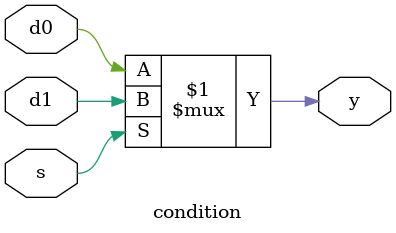
<source format=v>

module condition(
  input d0, d1, s,
  output y
);

  assign y = s ? d1: d0;
  
  always @(y) 
    $display("y = %b\nd0 = %b\nd1 = %b\n", y, d0, d1);
endmodule

</source>
